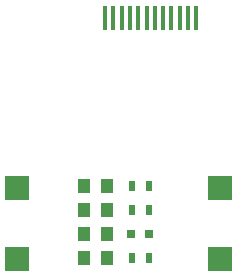
<source format=gbr>
G04 #@! TF.GenerationSoftware,KiCad,Pcbnew,(5.1.7)-1*
G04 #@! TF.CreationDate,2021-10-09T11:46:55+02:00*
G04 #@! TF.ProjectId,20210211_eduino,32303231-3032-4313-915f-656475696e6f,v1.0*
G04 #@! TF.SameCoordinates,Original*
G04 #@! TF.FileFunction,Paste,Top*
G04 #@! TF.FilePolarity,Positive*
%FSLAX46Y46*%
G04 Gerber Fmt 4.6, Leading zero omitted, Abs format (unit mm)*
G04 Created by KiCad (PCBNEW (5.1.7)-1) date 2021-10-09 11:46:55*
%MOMM*%
%LPD*%
G01*
G04 APERTURE LIST*
%ADD10R,0.350000X2.000000*%
%ADD11R,1.000000X1.250000*%
%ADD12R,0.800000X0.800000*%
%ADD13R,0.500000X0.900000*%
%ADD14R,2.000000X2.000000*%
G04 APERTURE END LIST*
D10*
X139508000Y-57404000D03*
X140208000Y-57404000D03*
X140908000Y-57404000D03*
X141608000Y-57404000D03*
X142308000Y-57404000D03*
X143008000Y-57404000D03*
X143708000Y-57404000D03*
X144408000Y-57404000D03*
X145108000Y-57404000D03*
X145808000Y-57404000D03*
X146508000Y-57404000D03*
X147208000Y-57404000D03*
D11*
X137700000Y-71628000D03*
X139700000Y-71628000D03*
X137700000Y-73660000D03*
X139700000Y-73660000D03*
X139700000Y-75692000D03*
X137700000Y-75692000D03*
X139700000Y-77724000D03*
X137700000Y-77724000D03*
D12*
X141656000Y-75692000D03*
X143256000Y-75692000D03*
D13*
X143256000Y-77724000D03*
X141756000Y-77724000D03*
X141756000Y-73660000D03*
X143256000Y-73660000D03*
X143256000Y-71628000D03*
X141756000Y-71628000D03*
D14*
X132080000Y-77740000D03*
X132080000Y-71740000D03*
X149225000Y-71740000D03*
X149225000Y-77740000D03*
M02*

</source>
